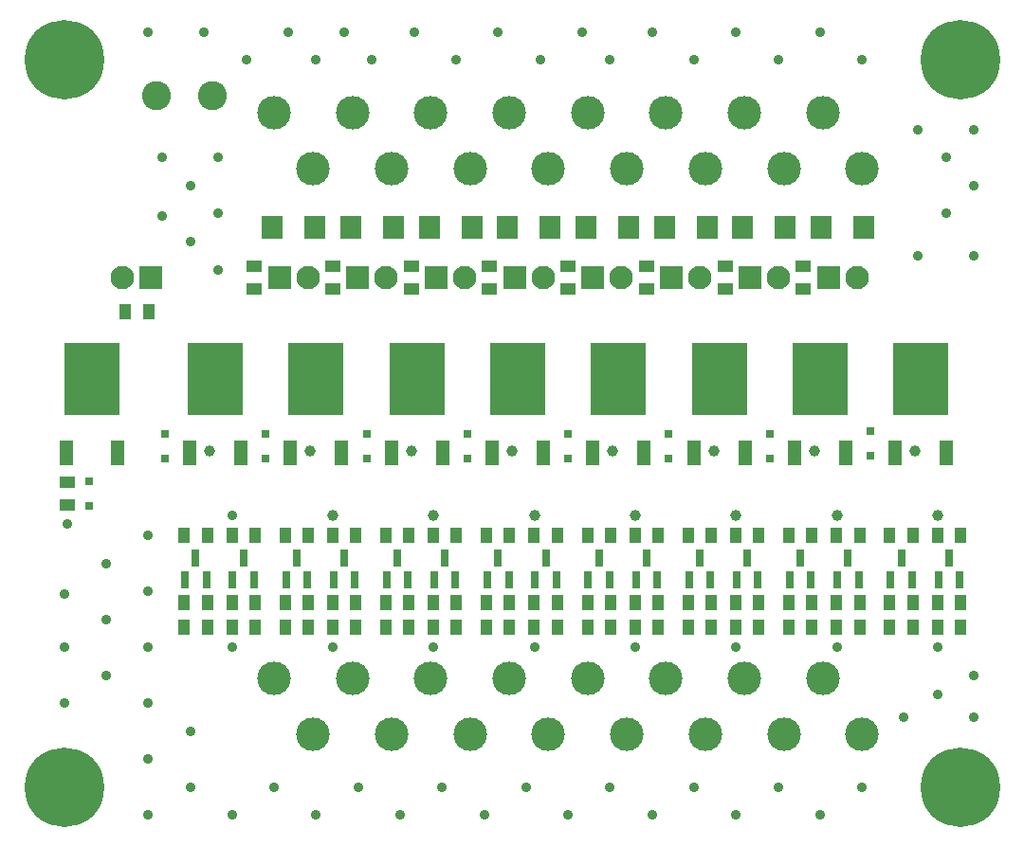
<source format=gts>
G04 Layer_Color=8388736*
%FSLAX25Y25*%
%MOIN*%
G70*
G01*
G75*
%ADD10R,0.02756X0.05906*%
%ADD11R,0.04134X0.05709*%
%ADD12R,0.05709X0.04134*%
%ADD13R,0.05118X0.08661*%
%ADD14R,0.19685X0.25197*%
%ADD15R,0.07480X0.07874*%
%ADD16R,0.02756X0.02756*%
%ADD17C,0.27953*%
%ADD18R,0.08268X0.08268*%
%ADD19C,0.08268*%
%ADD20C,0.11824*%
%ADD21C,0.10236*%
%ADD22C,0.03950*%
%ADD23C,0.03543*%
D10*
X330709Y100197D02*
D03*
X334449Y92716D02*
D03*
X326969D02*
D03*
X313976Y100197D02*
D03*
X317717Y92716D02*
D03*
X310236D02*
D03*
X295276Y100197D02*
D03*
X299016Y92716D02*
D03*
X291535D02*
D03*
X278543Y100197D02*
D03*
X282283Y92716D02*
D03*
X274803D02*
D03*
X259842Y100197D02*
D03*
X263583Y92716D02*
D03*
X256102D02*
D03*
X243110Y100197D02*
D03*
X246850Y92716D02*
D03*
X239370D02*
D03*
X224410Y100197D02*
D03*
X228150Y92716D02*
D03*
X220669D02*
D03*
X207677Y100197D02*
D03*
X211417Y92716D02*
D03*
X203937D02*
D03*
X188976Y100197D02*
D03*
X192717Y92716D02*
D03*
X185236D02*
D03*
X172244Y100197D02*
D03*
X175984Y92716D02*
D03*
X168504D02*
D03*
X153543Y100197D02*
D03*
X157283Y92716D02*
D03*
X149803D02*
D03*
X136811Y100197D02*
D03*
X140551Y92716D02*
D03*
X133071D02*
D03*
X118110Y100197D02*
D03*
X121850Y92716D02*
D03*
X114370D02*
D03*
X101378Y100197D02*
D03*
X105118Y92716D02*
D03*
X97638D02*
D03*
X82677Y100197D02*
D03*
X86417Y92716D02*
D03*
X78937D02*
D03*
X65945Y100197D02*
D03*
X69685Y92716D02*
D03*
X62205D02*
D03*
D11*
X326673Y75787D02*
D03*
X334744D02*
D03*
X326673Y84646D02*
D03*
X334744D02*
D03*
X318012D02*
D03*
X309941D02*
D03*
X318012Y75787D02*
D03*
X309941D02*
D03*
X291240Y75787D02*
D03*
X299311D02*
D03*
X291240Y84646D02*
D03*
X299311D02*
D03*
X282579D02*
D03*
X274508D02*
D03*
X282579Y75787D02*
D03*
X274508D02*
D03*
X255807D02*
D03*
X263878D02*
D03*
X255807Y84646D02*
D03*
X263878D02*
D03*
X247146D02*
D03*
X239075D02*
D03*
X247146Y75787D02*
D03*
X239075D02*
D03*
X220374Y75787D02*
D03*
X228445D02*
D03*
X220374Y84646D02*
D03*
X228445D02*
D03*
X211713D02*
D03*
X203642D02*
D03*
X211713Y75787D02*
D03*
X203642D02*
D03*
X184941D02*
D03*
X193012D02*
D03*
X184941Y84646D02*
D03*
X193012D02*
D03*
X176279D02*
D03*
X168209D02*
D03*
X176279Y75787D02*
D03*
X168209D02*
D03*
X149508D02*
D03*
X157579D02*
D03*
X149508Y84646D02*
D03*
X157579D02*
D03*
X140847D02*
D03*
X132776D02*
D03*
X140847Y75787D02*
D03*
X132776D02*
D03*
X114075D02*
D03*
X122146D02*
D03*
X114075Y84646D02*
D03*
X122146D02*
D03*
X105413D02*
D03*
X97342D02*
D03*
X105413Y75787D02*
D03*
X97342D02*
D03*
X69980Y84646D02*
D03*
X61909D02*
D03*
X78642D02*
D03*
X86713D02*
D03*
X69980Y75787D02*
D03*
X61909D02*
D03*
X78642D02*
D03*
X86713D02*
D03*
X41240Y187008D02*
D03*
X49311D02*
D03*
X61910Y108268D02*
D03*
X69980D02*
D03*
X78642D02*
D03*
X86713D02*
D03*
X97342D02*
D03*
X105413D02*
D03*
X114075D02*
D03*
X122146D02*
D03*
X132776D02*
D03*
X140847D02*
D03*
X149508D02*
D03*
X157579D02*
D03*
X168209D02*
D03*
X176279D02*
D03*
X184941D02*
D03*
X193012D02*
D03*
X203642Y108268D02*
D03*
X211713D02*
D03*
X220374Y108268D02*
D03*
X228445D02*
D03*
X239075D02*
D03*
X247146D02*
D03*
X255807D02*
D03*
X263878D02*
D03*
X274508Y108268D02*
D03*
X282579D02*
D03*
X291240Y108268D02*
D03*
X299311D02*
D03*
X309941D02*
D03*
X318012D02*
D03*
X326673D02*
D03*
X334744D02*
D03*
D12*
X279528Y202854D02*
D03*
Y194783D02*
D03*
X251969Y202854D02*
D03*
Y194783D02*
D03*
X224410Y202854D02*
D03*
Y194783D02*
D03*
X196850Y202854D02*
D03*
Y194783D02*
D03*
X169291Y202854D02*
D03*
Y194783D02*
D03*
X141732Y202854D02*
D03*
Y194783D02*
D03*
X114173Y202854D02*
D03*
Y194783D02*
D03*
X86614Y202854D02*
D03*
Y194783D02*
D03*
X20669Y118996D02*
D03*
Y127067D02*
D03*
D13*
X311890Y137402D02*
D03*
X329842D02*
D03*
X276457D02*
D03*
X294409D02*
D03*
X241024D02*
D03*
X258976D02*
D03*
X205591D02*
D03*
X223543D02*
D03*
X170158D02*
D03*
X188110D02*
D03*
X134724D02*
D03*
X152677D02*
D03*
X99291D02*
D03*
X117244D02*
D03*
X63858D02*
D03*
X81811D02*
D03*
X38504D02*
D03*
X20551D02*
D03*
D14*
X320866Y163386D02*
D03*
X285433D02*
D03*
X250000D02*
D03*
X214567D02*
D03*
X179134D02*
D03*
X143701D02*
D03*
X108268D02*
D03*
X72835D02*
D03*
X29528D02*
D03*
D15*
X300787Y216535D02*
D03*
X285827D02*
D03*
X273228D02*
D03*
X258268D02*
D03*
X245669D02*
D03*
X230709D02*
D03*
X218110D02*
D03*
X203150D02*
D03*
X190551D02*
D03*
X175591D02*
D03*
X162992D02*
D03*
X148031D02*
D03*
X135433D02*
D03*
X120473D02*
D03*
X107874D02*
D03*
X92913D02*
D03*
D16*
X28543Y127362D02*
D03*
Y118701D02*
D03*
X55118Y144095D02*
D03*
Y135433D02*
D03*
X90551Y144095D02*
D03*
Y135433D02*
D03*
X125984Y144095D02*
D03*
Y135433D02*
D03*
X161417Y144095D02*
D03*
Y135433D02*
D03*
X196850Y144095D02*
D03*
Y135433D02*
D03*
X232283Y144095D02*
D03*
Y135433D02*
D03*
X267717Y144095D02*
D03*
Y135433D02*
D03*
X303150Y145079D02*
D03*
Y136417D02*
D03*
D17*
X334646Y19685D02*
D03*
Y275590D02*
D03*
X19685Y19685D02*
D03*
Y275590D02*
D03*
D18*
X288307Y198819D02*
D03*
X260748D02*
D03*
X233189D02*
D03*
X205630D02*
D03*
X178071D02*
D03*
X150512D02*
D03*
X122953D02*
D03*
X95394D02*
D03*
X50276D02*
D03*
D19*
X298307D02*
D03*
X270748D02*
D03*
X243189D02*
D03*
X215630D02*
D03*
X188071D02*
D03*
X160512D02*
D03*
X132953D02*
D03*
X105394D02*
D03*
X40276D02*
D03*
D20*
X148622Y57874D02*
D03*
X162402Y38189D02*
D03*
X176181Y57874D02*
D03*
X245079Y38189D02*
D03*
X231299Y57874D02*
D03*
X217520Y38189D02*
D03*
X203740Y57874D02*
D03*
X189961Y38189D02*
D03*
X134843D02*
D03*
X121063Y57874D02*
D03*
X107283Y38189D02*
D03*
X93504Y57874D02*
D03*
X258858D02*
D03*
X286417D02*
D03*
X272638Y38189D02*
D03*
X300197D02*
D03*
X245079Y237402D02*
D03*
X231299Y257087D02*
D03*
X217520Y237402D02*
D03*
X148622Y257087D02*
D03*
X162402Y237402D02*
D03*
X176181Y257087D02*
D03*
X189961Y237402D02*
D03*
X203740Y257087D02*
D03*
X258858D02*
D03*
X272638Y237402D02*
D03*
X286417Y257087D02*
D03*
X300197Y237402D02*
D03*
X134843D02*
D03*
X107283D02*
D03*
X121063Y257087D02*
D03*
X93504D02*
D03*
D21*
X71850Y262795D02*
D03*
X52165D02*
D03*
D22*
X220472Y115157D02*
D03*
X248031Y137795D02*
D03*
X70866D02*
D03*
X106299D02*
D03*
X141732D02*
D03*
X177165D02*
D03*
X212598D02*
D03*
X318898D02*
D03*
X283465D02*
D03*
X114173Y115157D02*
D03*
X149606D02*
D03*
X185039D02*
D03*
X255906D02*
D03*
X291339D02*
D03*
X326772D02*
D03*
D23*
X78740D02*
D03*
X20669Y112205D02*
D03*
X49213Y29528D02*
D03*
X19685Y87598D02*
D03*
Y68898D02*
D03*
Y49213D02*
D03*
X49213D02*
D03*
X34449Y59055D02*
D03*
Y78740D02*
D03*
Y98425D02*
D03*
X49213Y68898D02*
D03*
Y88583D02*
D03*
Y108268D02*
D03*
Y9843D02*
D03*
X78740Y68898D02*
D03*
X114173D02*
D03*
X149606D02*
D03*
X185039D02*
D03*
X220472D02*
D03*
X255906D02*
D03*
X291339D02*
D03*
X326772D02*
D03*
X339567Y59055D02*
D03*
Y44291D02*
D03*
X326772Y52165D02*
D03*
X314961Y44291D02*
D03*
X63976Y39370D02*
D03*
Y19685D02*
D03*
X73819Y241142D02*
D03*
Y221457D02*
D03*
Y201772D02*
D03*
X63976Y231299D02*
D03*
Y211614D02*
D03*
X54134Y220472D02*
D03*
Y241142D02*
D03*
X78740Y9843D02*
D03*
X93504Y19685D02*
D03*
X108268Y9843D02*
D03*
X123031Y19685D02*
D03*
X137795Y9843D02*
D03*
X152559Y19685D02*
D03*
X167323Y9843D02*
D03*
X182087Y19685D02*
D03*
X196850Y9843D02*
D03*
X211614Y19685D02*
D03*
X226378Y9843D02*
D03*
X241142Y19685D02*
D03*
X255906Y9843D02*
D03*
X270669Y19685D02*
D03*
X285433Y9843D02*
D03*
X300197Y19685D02*
D03*
X49213Y285433D02*
D03*
X68898D02*
D03*
X83661Y275590D02*
D03*
X98425Y285433D02*
D03*
X108268Y275590D02*
D03*
X118110Y285433D02*
D03*
X127953Y275590D02*
D03*
X142717Y285433D02*
D03*
X157480Y275590D02*
D03*
X172244Y285433D02*
D03*
X187008Y275590D02*
D03*
X201772Y285433D02*
D03*
X211614Y275590D02*
D03*
X226378Y285433D02*
D03*
X241142Y275590D02*
D03*
X255906Y285433D02*
D03*
X270669Y275590D02*
D03*
X285433Y285433D02*
D03*
X300197Y275590D02*
D03*
X339567Y250984D02*
D03*
Y231299D02*
D03*
X329724Y241142D02*
D03*
Y221457D02*
D03*
X339567Y206693D02*
D03*
X319882D02*
D03*
Y250984D02*
D03*
M02*

</source>
